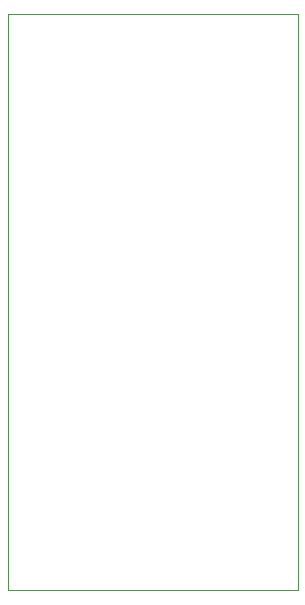
<source format=gbr>
G04 EasyPC Gerber Version 21.0.3 Build 4286 *
G04 #@! TF.Part,Single*
G04 #@! TF.FileFunction,Other,PCB DESIGN - Top Documentation *
G04 #@! TF.FilePolarity,Positive *
%FSLAX35Y35*%
%MOIN*%
%ADD28C,0.00197*%
X0Y0D02*
D02*
D28*
X76833Y226234D02*
X173667D01*
Y34266*
X76833*
Y226234*
X0Y0D02*
M02*

</source>
